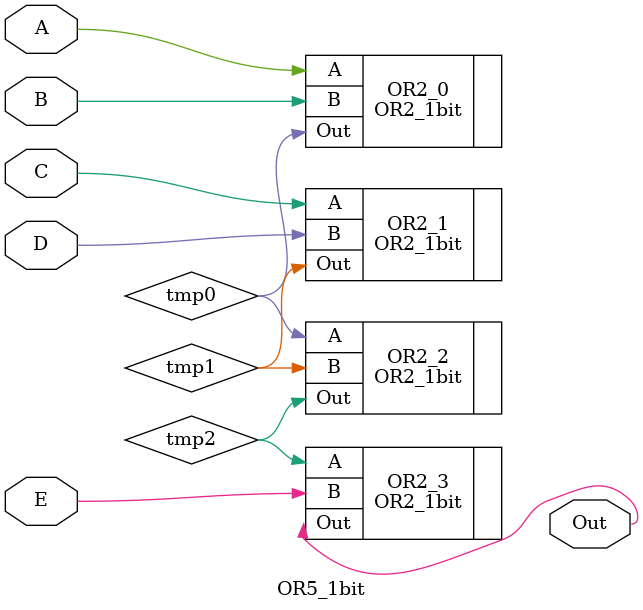
<source format=v>
module OR5_1bit(A, B, C, D, E, Out);

input A, B, C, D, E;
output Out;

wire tmp0, tmp1, tmp2;

OR2_1bit OR2_0(.A(A), .B(B), .Out(tmp0));
OR2_1bit OR2_1(.A(C), .B(D), .Out(tmp1));
OR2_1bit OR2_2(.A(tmp0), .B(tmp1), .Out(tmp2));
OR2_1bit OR2_3(.A(tmp2), .B(E), .Out(Out));

endmodule

</source>
